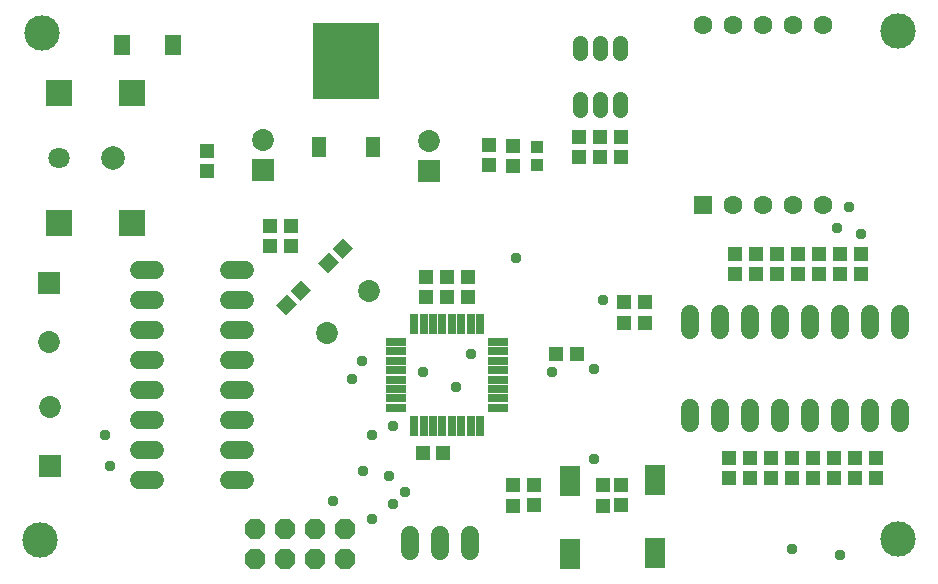
<source format=gbr>
G04 EAGLE Gerber RS-274X export*
G75*
%MOMM*%
%FSLAX34Y34*%
%LPD*%
%INSoldermask Top*%
%IPPOS*%
%AMOC8*
5,1,8,0,0,1.08239X$1,22.5*%
G01*
%ADD10R,1.854200X1.854200*%
%ADD11C,1.854200*%
%ADD12R,1.203200X1.303200*%
%ADD13R,1.303200X1.203200*%
%ADD14R,1.473200X1.673200*%
%ADD15R,1.133200X1.113200*%
%ADD16C,1.303200*%
%ADD17C,3.003200*%
%ADD18R,5.603200X6.403200*%
%ADD19R,1.203200X1.803200*%
%ADD20C,1.524000*%
%ADD21R,2.203200X2.203200*%
%ADD22C,2.003200*%
%ADD23C,1.803200*%
%ADD24R,1.853200X1.853200*%
%ADD25C,1.853200*%
%ADD26P,1.869504X8X22.500000*%
%ADD27R,1.803200X2.503200*%
%ADD28C,1.491200*%
%ADD29R,1.603200X1.603200*%
%ADD30C,1.603200*%
%ADD31R,0.753200X1.703200*%
%ADD32R,1.703200X0.753200*%
%ADD33C,0.959600*%


D10*
X224790Y348688D03*
D11*
X224790Y373688D03*
D12*
X381000Y258010D03*
X381000Y240830D03*
X398780Y258010D03*
X398780Y240830D03*
D13*
X377390Y109220D03*
X360210Y109220D03*
X473510Y193040D03*
X490690Y193040D03*
D12*
X513080Y64570D03*
X513080Y81750D03*
D13*
G36*
X289453Y270785D02*
X280239Y261571D01*
X271731Y270079D01*
X280945Y279293D01*
X289453Y270785D01*
G37*
G36*
X301601Y282933D02*
X292387Y273719D01*
X283879Y282227D01*
X293093Y291441D01*
X301601Y282933D01*
G37*
G36*
X253893Y235225D02*
X244679Y226011D01*
X236171Y234519D01*
X245385Y243733D01*
X253893Y235225D01*
G37*
G36*
X266041Y247373D02*
X256827Y238159D01*
X248319Y246667D01*
X257533Y255881D01*
X266041Y247373D01*
G37*
D12*
X436880Y64570D03*
X436880Y81750D03*
X177800Y364690D03*
X177800Y347510D03*
X416560Y369770D03*
X416560Y352590D03*
D10*
X365760Y348180D03*
D11*
X365760Y373180D03*
D12*
X231140Y301190D03*
X231140Y284010D03*
X248920Y301190D03*
X248920Y284010D03*
X548640Y219510D03*
X548640Y236690D03*
X530860Y219510D03*
X530860Y236690D03*
X363220Y258010D03*
X363220Y240830D03*
D14*
X105500Y454660D03*
X148500Y454660D03*
D15*
X457200Y368280D03*
X457200Y353080D03*
D16*
X493032Y399490D02*
X493032Y408490D01*
X510032Y408490D02*
X510032Y399490D01*
X527032Y399490D02*
X527032Y408490D01*
X527032Y447490D02*
X527032Y456490D01*
X510032Y456490D02*
X510032Y447490D01*
X493032Y447490D02*
X493032Y456490D01*
D17*
X37592Y464312D03*
X763016Y466090D03*
X36322Y35814D03*
X762762Y36576D03*
D18*
X295656Y441306D03*
D19*
X272856Y368306D03*
X318456Y368306D03*
D20*
X133604Y264160D02*
X120396Y264160D01*
X120396Y238760D02*
X133604Y238760D01*
X133604Y213360D02*
X120396Y213360D01*
X120396Y187960D02*
X133604Y187960D01*
X133604Y162560D02*
X120396Y162560D01*
X120396Y137160D02*
X133604Y137160D01*
X133604Y111760D02*
X120396Y111760D01*
X120396Y86360D02*
X133604Y86360D01*
X196596Y86360D02*
X209804Y86360D01*
X209804Y111760D02*
X196596Y111760D01*
X196596Y137160D02*
X209804Y137160D01*
X209804Y162560D02*
X196596Y162560D01*
X196596Y187960D02*
X209804Y187960D01*
X209804Y213360D02*
X196596Y213360D01*
X196596Y238760D02*
X209804Y238760D01*
X209804Y264160D02*
X196596Y264160D01*
D21*
X114200Y413648D03*
X52700Y413648D03*
X52700Y303648D03*
X114200Y303648D03*
D22*
X97700Y358648D03*
D23*
X52700Y358648D03*
D24*
X43942Y253346D03*
D25*
X43942Y203346D03*
D24*
X44958Y98444D03*
D25*
X44958Y148444D03*
D12*
X660400Y260740D03*
X660400Y277740D03*
X619760Y88020D03*
X619760Y105020D03*
X744220Y88020D03*
X744220Y105020D03*
X655320Y88020D03*
X655320Y105020D03*
X690880Y88020D03*
X690880Y105020D03*
X708660Y88020D03*
X708660Y105020D03*
X673100Y88020D03*
X673100Y105020D03*
X436880Y369180D03*
X436880Y352180D03*
X528320Y82160D03*
X528320Y65160D03*
X454660Y82160D03*
X454660Y65160D03*
D20*
X400558Y39370D02*
X400558Y26162D01*
X349758Y26162D02*
X349758Y39370D01*
X375158Y39370D02*
X375158Y26162D01*
D12*
X678180Y260740D03*
X678180Y277740D03*
X695960Y260740D03*
X695960Y277740D03*
X713740Y260740D03*
X713740Y277740D03*
X731520Y260740D03*
X731520Y277740D03*
X624840Y260740D03*
X624840Y277740D03*
X642620Y260740D03*
X642620Y277740D03*
X726440Y88020D03*
X726440Y105020D03*
X637540Y88020D03*
X637540Y105020D03*
D26*
X218694Y19304D03*
X218694Y44704D03*
X244094Y19304D03*
X244094Y44704D03*
X269494Y19304D03*
X269494Y44704D03*
X294894Y19304D03*
X294894Y44704D03*
D27*
X557022Y24064D03*
X557022Y86064D03*
X485394Y23302D03*
X485394Y85302D03*
D28*
X586740Y134200D02*
X586740Y147080D01*
X612140Y147080D02*
X612140Y134200D01*
X637540Y134200D02*
X637540Y147080D01*
X662940Y147080D02*
X662940Y134200D01*
X688340Y134200D02*
X688340Y147080D01*
X713740Y147080D02*
X713740Y134200D01*
X739140Y134200D02*
X739140Y147080D01*
X764540Y147080D02*
X764540Y134200D01*
X764540Y213600D02*
X764540Y226480D01*
X739140Y226480D02*
X739140Y213600D01*
X713740Y213600D02*
X713740Y226480D01*
X688340Y226480D02*
X688340Y213600D01*
X662940Y213600D02*
X662940Y226480D01*
X637540Y226480D02*
X637540Y213600D01*
X612140Y213600D02*
X612140Y226480D01*
X586740Y226480D02*
X586740Y213600D01*
D29*
X597916Y318770D03*
D30*
X623316Y318770D03*
X648716Y318770D03*
X674116Y318770D03*
X699516Y318770D03*
X699516Y471170D03*
X674116Y471170D03*
X648716Y471170D03*
X623316Y471170D03*
X597916Y471170D03*
D31*
X409000Y218260D03*
X401000Y218260D03*
X393000Y218260D03*
X385000Y218260D03*
X377000Y218260D03*
X369000Y218260D03*
X361000Y218260D03*
X353000Y218260D03*
D32*
X338000Y203260D03*
X338000Y195260D03*
X338000Y187260D03*
X338000Y179260D03*
X338000Y171260D03*
X338000Y163260D03*
X338000Y155260D03*
X338000Y147260D03*
D31*
X353000Y132260D03*
X361000Y132260D03*
X369000Y132260D03*
X377000Y132260D03*
X385000Y132260D03*
X393000Y132260D03*
X401000Y132260D03*
X409000Y132260D03*
D32*
X424000Y147260D03*
X424000Y155260D03*
X424000Y163260D03*
X424000Y171260D03*
X424000Y179260D03*
X424000Y187260D03*
X424000Y195260D03*
X424000Y203260D03*
D11*
X315141Y246561D03*
X279219Y210639D03*
D12*
X528320Y376800D03*
X528320Y359800D03*
X492760Y376800D03*
X492760Y359800D03*
X510540Y376800D03*
X510540Y359800D03*
D33*
X513080Y238760D03*
X439420Y274320D03*
X331900Y89740D03*
X335280Y66040D03*
X388620Y165100D03*
X360680Y177800D03*
X91440Y124460D03*
X95250Y97790D03*
X300560Y171880D03*
X308610Y186690D03*
X731520Y294640D03*
X721360Y317500D03*
X711200Y299720D03*
X317500Y53340D03*
X317500Y124460D03*
X713740Y22860D03*
X284480Y68580D03*
X309880Y93980D03*
X673100Y27940D03*
X505460Y180340D03*
X505460Y104140D03*
X345440Y76200D03*
X469900Y177836D03*
X244094Y44704D03*
X335280Y132080D03*
X401320Y193040D03*
M02*

</source>
